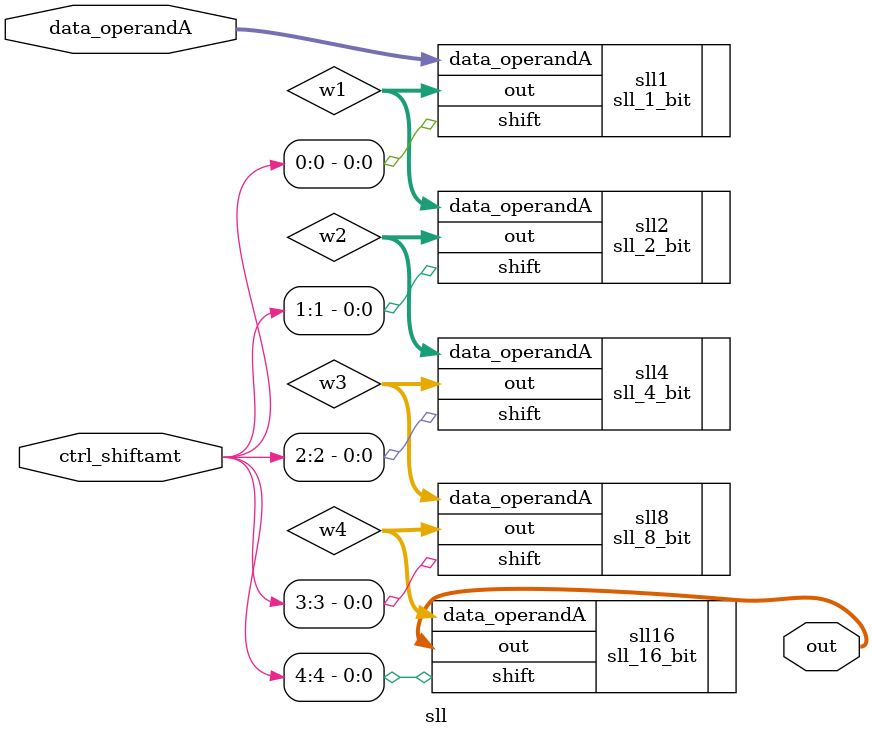
<source format=v>
module sll (data_operandA, ctrl_shiftamt, out);

    input [31:0] data_operandA;
    input [4:0] ctrl_shiftamt;
    output [31:0] out;
    wire[31:0] w1,w2,w3,w4;

    sll_1_bit sll1(.data_operandA(data_operandA),.shift(ctrl_shiftamt[0]),.out(w1));
    sll_2_bit sll2(.data_operandA(w1),.shift(ctrl_shiftamt[1]),.out(w2));
    sll_4_bit sll4(.data_operandA(w2),.shift(ctrl_shiftamt[2]),.out(w3));
    sll_8_bit sll8(.data_operandA(w3),.shift(ctrl_shiftamt[3]),.out(w4));
    sll_16_bit sll16(.data_operandA(w4),.shift(ctrl_shiftamt[4]),.out(out));

endmodule
</source>
